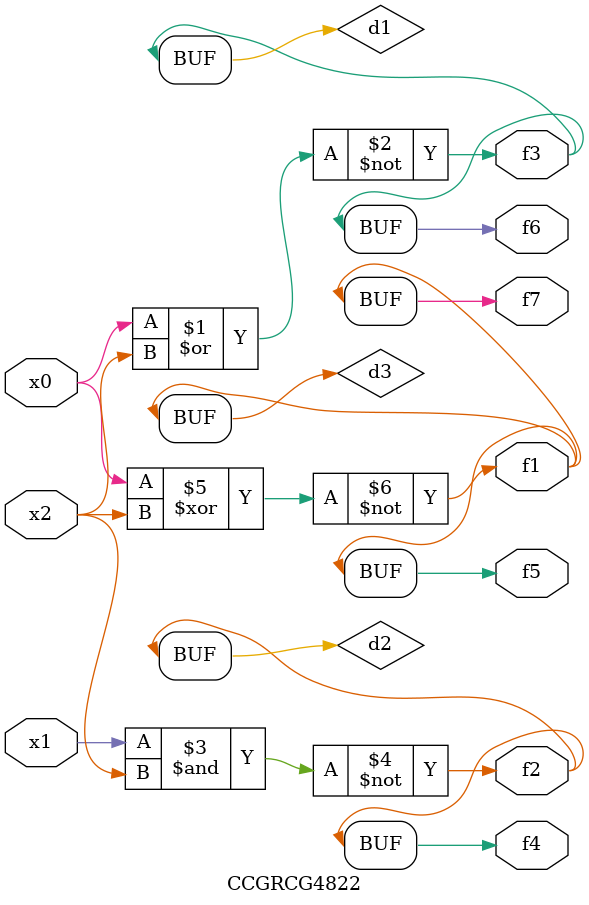
<source format=v>
module CCGRCG4822(
	input x0, x1, x2,
	output f1, f2, f3, f4, f5, f6, f7
);

	wire d1, d2, d3;

	nor (d1, x0, x2);
	nand (d2, x1, x2);
	xnor (d3, x0, x2);
	assign f1 = d3;
	assign f2 = d2;
	assign f3 = d1;
	assign f4 = d2;
	assign f5 = d3;
	assign f6 = d1;
	assign f7 = d3;
endmodule

</source>
